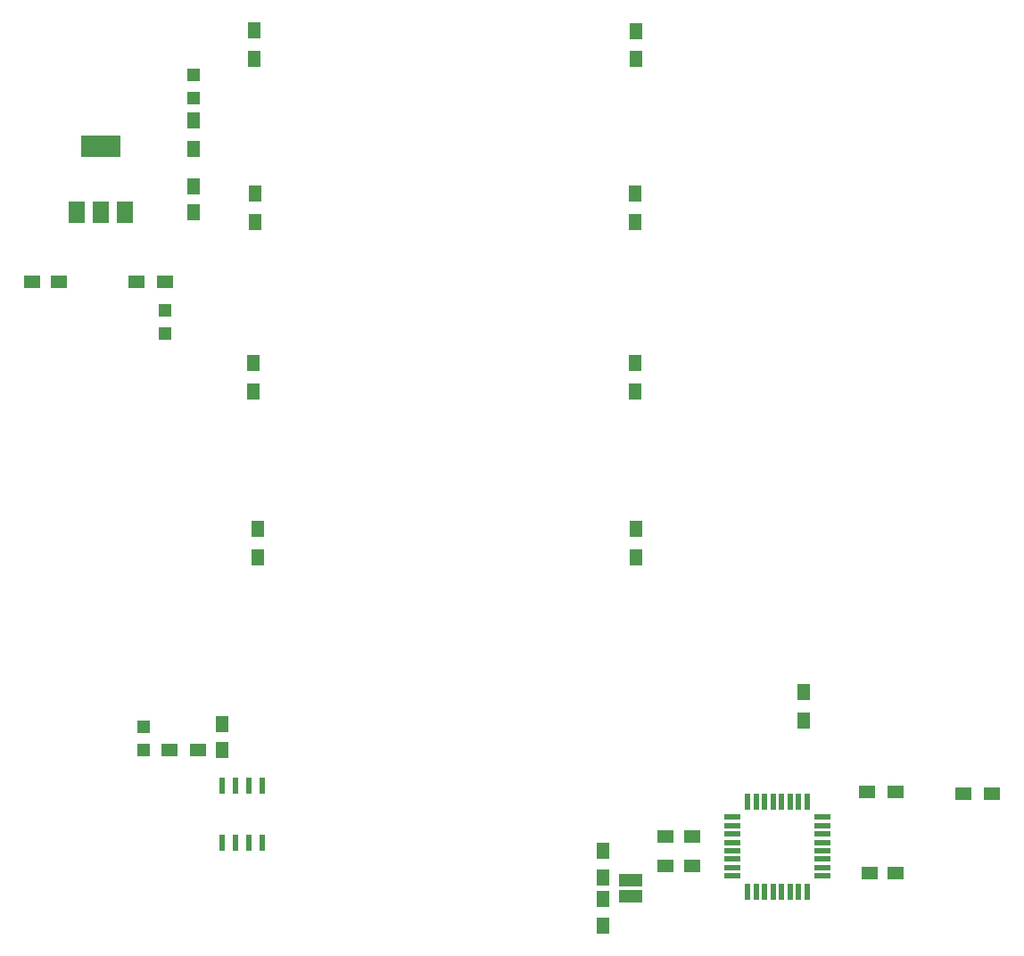
<source format=gbr>
G04 #@! TF.FileFunction,Paste,Top*
%FSLAX46Y46*%
G04 Gerber Fmt 4.6, Leading zero omitted, Abs format (unit mm)*
G04 Created by KiCad (PCBNEW 4.0.2-stable) date 03/10/2017 15:04:02*
%MOMM*%
G01*
G04 APERTURE LIST*
%ADD10C,0.100000*%
%ADD11R,1.500000X1.250000*%
%ADD12R,1.250000X1.500000*%
%ADD13R,1.500000X1.300000*%
%ADD14R,1.300000X1.500000*%
%ADD15R,0.600000X1.550000*%
%ADD16R,3.800000X2.000000*%
%ADD17R,1.500000X2.000000*%
%ADD18R,1.200000X1.200000*%
%ADD19R,2.300000X1.200000*%
%ADD20R,1.600000X0.550000*%
%ADD21R,0.550000X1.600000*%
G04 APERTURE END LIST*
D10*
D11*
X148575000Y-133675000D03*
X146075000Y-133675000D03*
X146075000Y-136525000D03*
X148575000Y-136525000D03*
X165425000Y-137200000D03*
X167925000Y-137200000D03*
D12*
X103975000Y-123025000D03*
X103975000Y-125525000D03*
X101250000Y-71975000D03*
X101250000Y-74475000D03*
X140125000Y-137575000D03*
X140125000Y-135075000D03*
X140125000Y-139650000D03*
X140125000Y-142150000D03*
D11*
X85950000Y-81075000D03*
X88450000Y-81075000D03*
D13*
X98950000Y-125525000D03*
X101650000Y-125525000D03*
D14*
X101250000Y-68400000D03*
X101250000Y-65700000D03*
D13*
X95875000Y-81075000D03*
X98575000Y-81075000D03*
X177025000Y-129675000D03*
X174325000Y-129675000D03*
D15*
X103970000Y-134300000D03*
X105240000Y-134300000D03*
X106510000Y-134300000D03*
X107780000Y-134300000D03*
X107780000Y-128900000D03*
X106510000Y-128900000D03*
X105240000Y-128900000D03*
X103970000Y-128900000D03*
D16*
X92425000Y-68175000D03*
D17*
X92425000Y-74475000D03*
X94725000Y-74475000D03*
X90125000Y-74475000D03*
D18*
X96550000Y-125525000D03*
X96550000Y-123325000D03*
X101275000Y-63625000D03*
X101275000Y-61425000D03*
X98575000Y-83800000D03*
X98575000Y-86000000D03*
D13*
X167900000Y-129525000D03*
X165200000Y-129525000D03*
D14*
X159150000Y-120025000D03*
X159150000Y-122725000D03*
D19*
X142775000Y-137825000D03*
X142775000Y-139425000D03*
D20*
X152425000Y-131875000D03*
X152425000Y-132675000D03*
X152425000Y-133475000D03*
X152425000Y-134275000D03*
X152425000Y-135075000D03*
X152425000Y-135875000D03*
X152425000Y-136675000D03*
X152425000Y-137475000D03*
D21*
X153875000Y-138925000D03*
X154675000Y-138925000D03*
X155475000Y-138925000D03*
X156275000Y-138925000D03*
X157075000Y-138925000D03*
X157875000Y-138925000D03*
X158675000Y-138925000D03*
X159475000Y-138925000D03*
D20*
X160925000Y-137475000D03*
X160925000Y-136675000D03*
X160925000Y-135875000D03*
X160925000Y-135075000D03*
X160925000Y-134275000D03*
X160925000Y-133475000D03*
X160925000Y-132675000D03*
X160925000Y-131875000D03*
D21*
X159475000Y-130425000D03*
X158675000Y-130425000D03*
X157875000Y-130425000D03*
X157075000Y-130425000D03*
X156275000Y-130425000D03*
X155475000Y-130425000D03*
X154675000Y-130425000D03*
X153875000Y-130425000D03*
D14*
X143275000Y-57225000D03*
X143275000Y-59925000D03*
X143150000Y-72675000D03*
X143150000Y-75375000D03*
X143200000Y-88750000D03*
X143200000Y-91450000D03*
X143250000Y-104525000D03*
X143250000Y-107225000D03*
X107025000Y-57200000D03*
X107025000Y-59900000D03*
X107125000Y-72700000D03*
X107125000Y-75400000D03*
X106950000Y-88750000D03*
X106950000Y-91450000D03*
X107325000Y-104525000D03*
X107325000Y-107225000D03*
M02*

</source>
